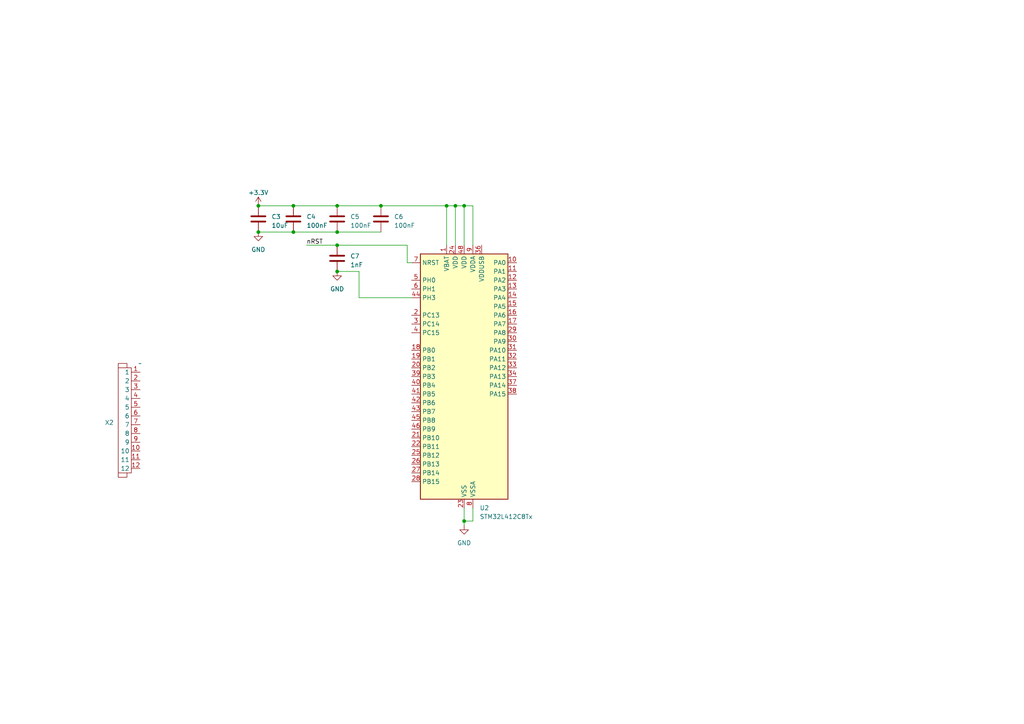
<source format=kicad_sch>
(kicad_sch (version 20230121) (generator eeschema)
  (paper "A4")
  (lib_symbols
    (symbol "Device:C" (pin_numbers hide) (pin_names (offset 0.254))
      (property "Reference" "C" (at 0.635 2.54 0))
      (property "Value" "C" (at 0.635 -2.54 0))
      (symbol "C_0_1"
        (polyline (pts (xy -2.032 -0.762) (xy 2.032 -0.762)) (stroke (width 0.508)))
        (polyline (pts (xy -2.032 0.762) (xy 2.032 0.762)) (stroke (width 0.508)))
      )
      (symbol "C_1_1"
        (pin passive line (at 0 3.81 270) (length 2.794) (name "~") (number "1"))
        (pin passive line (at 0 -3.81 90) (length 2.794) (name "~") (number "2"))
      )
    )
    (symbol "MCU_ST_STM32L4:STM32L412C8Tx"
      (property "Reference" "U" (at -12.7 36.83 0))
      (property "Value" "STM32L412C8Tx" (at 7.62 36.83 0))
      (symbol "STM32L412C8Tx_0_1"
        (rectangle (start -12.7 -35.56) (end 12.7 35.56) (stroke (width 0.254)) (fill (type background)))
      )
      (symbol "STM32L412C8Tx_1_1"
        (pin power_in line (at -5.08 38.1 270) (length 2.54) (name "VBAT") (number "1"))
        (pin bidirectional line (at 15.24 33.02 180) (length 2.54) (name "PA0") (number "10"))
        (pin bidirectional line (at 15.24 30.48 180) (length 2.54) (name "PA1") (number "11"))
        (pin bidirectional line (at 15.24 27.94 180) (length 2.54) (name "PA2") (number "12"))
        (pin bidirectional line (at 15.24 25.4 180) (length 2.54) (name "PA3") (number "13"))
        (pin bidirectional line (at 15.24 22.86 180) (length 2.54) (name "PA4") (number "14"))
        (pin bidirectional line (at 15.24 20.32 180) (length 2.54) (name "PA5") (number "15"))
        (pin bidirectional line (at 15.24 17.78 180) (length 2.54) (name "PA6") (number "16"))
        (pin bidirectional line (at 15.24 15.24 180) (length 2.54) (name "PA7") (number "17"))
        (pin bidirectional line (at -15.24 7.62 0) (length 2.54) (name "PB0") (number "18"))
        (pin bidirectional line (at -15.24 5.08 0) (length 2.54) (name "PB1") (number "19"))
        (pin bidirectional line (at -15.24 17.78 0) (length 2.54) (name "PC13") (number "2"))
        (pin bidirectional line (at -15.24 2.54 0) (length 2.54) (name "PB2") (number "20"))
        (pin bidirectional line (at -15.24 -17.78 0) (length 2.54) (name "PB10") (number "21"))
        (pin bidirectional line (at -15.24 -20.32 0) (length 2.54) (name "PB11") (number "22"))
        (pin power_in line (at 0 -38.1 90) (length 2.54) (name "VSS") (number "23"))
        (pin power_in line (at -2.54 38.1 270) (length 2.54) (name "VDD") (number "24"))
        (pin bidirectional line (at -15.24 -22.86 0) (length 2.54) (name "PB12") (number "25"))
        (pin bidirectional line (at -15.24 -25.4 0) (length 2.54) (name "PB13") (number "26"))
        (pin bidirectional line (at -15.24 -27.94 0) (length 2.54) (name "PB14") (number "27"))
        (pin bidirectional line (at -15.24 -30.48 0) (length 2.54) (name "PB15") (number "28"))
        (pin bidirectional line (at 15.24 12.7 180) (length 2.54) (name "PA8") (number "29"))
        (pin bidirectional line (at -15.24 15.24 0) (length 2.54) (name "PC14") (number "3"))
        (pin bidirectional line (at 15.24 10.16 180) (length 2.54) (name "PA9") (number "30"))
        (pin bidirectional line (at 15.24 7.62 180) (length 2.54) (name "PA10") (number "31"))
        (pin bidirectional line (at 15.24 5.08 180) (length 2.54) (name "PA11") (number "32"))
        (pin bidirectional line (at 15.24 2.54 180) (length 2.54) (name "PA12") (number "33"))
        (pin bidirectional line (at 15.24 0 180) (length 2.54) (name "PA13") (number "34"))
        (pin passive line (at 0 -38.1 90) (length 2.54) hide (name "VSS") (number "35"))
        (pin power_in line (at 5.08 38.1 270) (length 2.54) (name "VDDUSB") (number "36"))
        (pin bidirectional line (at 15.24 -2.54 180) (length 2.54) (name "PA14") (number "37"))
        (pin bidirectional line (at 15.24 -5.08 180) (length 2.54) (name "PA15") (number "38"))
        (pin bidirectional line (at -15.24 0 0) (length 2.54) (name "PB3") (number "39"))
        (pin bidirectional line (at -15.24 12.7 0) (length 2.54) (name "PC15") (number "4"))
        (pin bidirectional line (at -15.24 -2.54 0) (length 2.54) (name "PB4") (number "40"))
        (pin bidirectional line (at -15.24 -5.08 0) (length 2.54) (name "PB5") (number "41"))
        (pin bidirectional line (at -15.24 -7.62 0) (length 2.54) (name "PB6") (number "42"))
        (pin bidirectional line (at -15.24 -10.16 0) (length 2.54) (name "PB7") (number "43"))
        (pin bidirectional line (at -15.24 22.86 0) (length 2.54) (name "PH3") (number "44"))
        (pin bidirectional line (at -15.24 -12.7 0) (length 2.54) (name "PB8") (number "45"))
        (pin bidirectional line (at -15.24 -15.24 0) (length 2.54) (name "PB9") (number "46"))
        (pin passive line (at 0 -38.1 90) (length 2.54) hide (name "VSS") (number "47"))
        (pin power_in line (at 0 38.1 270) (length 2.54) (name "VDD") (number "48"))
        (pin bidirectional line (at -15.24 27.94 0) (length 2.54) (name "PH0") (number "5"))
        (pin bidirectional line (at -15.24 25.4 0) (length 2.54) (name "PH1") (number "6"))
        (pin input line (at -15.24 33.02 0) (length 2.54) (name "NRST") (number "7"))
        (pin power_in line (at 2.54 -38.1 90) (length 2.54) (name "VSSA") (number "8"))
        (pin power_in line (at 2.54 38.1 270) (length 2.54) (name "VDDA") (number "9"))
      )
    )
    (symbol "MEgli:505110-1292"
      (property "Reference" "X" (at 0 0 0))
      (symbol "505110-1292_0_1"
        (polyline (pts (xy 6.35 -31.75) (xy 6.35 -33.02) (xy 3.81 -33.02) (xy 3.81 -31.75)))
        (polyline (pts (xy 6.35 -1.27) (xy 6.35 0) (xy 3.81 0) (xy 3.81 -1.27)))
        (polyline (pts (xy 2.54 -1.27) (xy 2.54 -31.75) (xy 6.35 -31.75) (xy 6.35 -1.27) (xy 2.54 -1.27)))
      )
      (symbol "505110-1292_1_1"
        (pin bidirectional line (at 0 -2.54 0) (length 2.54) (name "1") (number "1"))
        (pin bidirectional line (at 0 -25.4 0) (length 2.54) (name "10") (number "10"))
        (pin bidirectional line (at 0 -27.94 0) (length 2.54) (name "11") (number "11"))
        (pin bidirectional line (at 0 -30.48 0) (length 2.54) (name "12") (number "12"))
        (pin bidirectional line (at 0 -5.08 0) (length 2.54) (name "2") (number "2"))
        (pin bidirectional line (at 0 -7.62 0) (length 2.54) (name "3") (number "3"))
        (pin bidirectional line (at 0 -10.16 0) (length 2.54) (name "4") (number "4"))
        (pin bidirectional line (at 0 -12.7 0) (length 2.54) (name "5") (number "5"))
        (pin bidirectional line (at 0 -15.24 0) (length 2.54) (name "6") (number "6"))
        (pin bidirectional line (at 0 -17.78 0) (length 2.54) (name "7") (number "7"))
        (pin bidirectional line (at 0 -20.32 0) (length 2.54) (name "8") (number "8"))
        (pin bidirectional line (at 0 -22.86 0) (length 2.54) (name "9") (number "9"))
      )
    )
    (symbol "power:+3.3V" (power) (pin_names (offset 0))
      (property "Value" "+3.3V" (at 0 3.556 0))
      (symbol "+3.3V_0_1"
        (polyline (pts (xy -0.762 1.27) (xy 0 2.54)))
        (polyline (pts (xy 0 0) (xy 0 2.54)))
        (polyline (pts (xy 0 2.54) (xy 0.762 1.27)))
      )
      (symbol "+3.3V_1_1"
        (pin power_in line (at 0 0 90) (length 0) hide (name "+3.3V") (number "1"))
      )
    )
    (symbol "power:GND" (power) (pin_names (offset 0))
      (property "Value" "GND" (at 0 -3.81 0))
      (symbol "GND_0_1"
        (polyline (pts (xy 0 0) (xy 0 -1.27) (xy 1.27 -1.27) (xy 0 -2.54) (xy -1.27 -1.27) (xy 0 -1.27)))
      )
      (symbol "GND_1_1"
        (pin power_in line (at 0 0 270) (length 0) hide (name "GND") (number "1"))
      )
    )
  )
  (junction (at 85.09 67.31))
  (junction (at 97.79 67.31))
  (junction (at 129.54 59.69))
  (junction (at 97.79 71.12))
  (junction (at 74.93 67.31))
  (junction (at 134.62 151.13))
  (junction (at 85.09 59.69))
  (junction (at 134.62 59.69))
  (junction (at 97.79 78.74))
  (junction (at 74.93 59.69))
  (junction (at 97.79 59.69))
  (junction (at 132.08 59.69))
  (junction (at 110.49 59.69))
  (wire (pts (xy 74.93 67.31) (xy 85.09 67.31)))
  (wire (pts (xy 118.11 76.2) (xy 118.11 71.12)))
  (wire (pts (xy 134.62 59.69) (xy 132.08 59.69)))
  (wire (pts (xy 85.09 67.31) (xy 97.79 67.31)))
  (wire (pts (xy 104.14 86.36) (xy 104.14 78.74)))
  (wire (pts (xy 137.16 151.13) (xy 134.62 151.13)))
  (wire (pts (xy 97.79 59.69) (xy 110.49 59.69)))
  (wire (pts (xy 134.62 147.32) (xy 134.62 151.13)))
  (wire (pts (xy 88.9 71.12) (xy 97.79 71.12)))
  (wire (pts (xy 129.54 59.69) (xy 129.54 71.12)))
  (wire (pts (xy 132.08 59.69) (xy 132.08 71.12)))
  (wire (pts (xy 129.54 59.69) (xy 132.08 59.69)))
  (wire (pts (xy 134.62 151.13) (xy 134.62 152.4)))
  (wire (pts (xy 137.16 59.69) (xy 137.16 71.12)))
  (wire (pts (xy 97.79 67.31) (xy 110.49 67.31)))
  (wire (pts (xy 85.09 59.69) (xy 97.79 59.69)))
  (wire (pts (xy 104.14 78.74) (xy 97.79 78.74)))
  (wire (pts (xy 119.38 86.36) (xy 104.14 86.36)))
  (wire (pts (xy 74.93 59.69) (xy 85.09 59.69)))
  (wire (pts (xy 119.38 76.2) (xy 118.11 76.2)))
  (wire (pts (xy 137.16 147.32) (xy 137.16 151.13)))
  (wire (pts (xy 137.16 59.69) (xy 134.62 59.69)))
  (wire (pts (xy 118.11 71.12) (xy 97.79 71.12)))
  (wire (pts (xy 134.62 71.12) (xy 134.62 59.69)))
  (wire (pts (xy 110.49 59.69) (xy 129.54 59.69)))
  (label "nRST" (at 88.9 71.12 0))
  (symbol (lib_id "Device:C") (at 97.79 63.5 0) (unit 1)
    (property "Reference" "C5" (at 101.6 62.865 0) (effects (justify left)))
    (property "Value" "100nF" (at 101.6 65.405 0) (effects (justify left)))
  )
  (symbol (lib_id "Device:C") (at 85.09 63.5 0) (unit 1)
    (property "Reference" "C4" (at 88.9 62.865 0) (effects (justify left)))
    (property "Value" "100nF" (at 88.9 65.405 0) (effects (justify left)))
  )
  (symbol (lib_id "power:GND") (at 134.62 152.4 0) (unit 1)
    (property "Reference" "#PWR06" (effects hide))
    (property "Value" "GND" (at 134.62 157.48 0))
  )
  (symbol (lib_id "Device:C") (at 110.49 63.5 0) (unit 1)
    (property "Reference" "C6" (at 114.3 62.865 0) (effects (justify left)))
    (property "Value" "100nF" (at 114.3 65.405 0) (effects (justify left)))
  )
  (symbol (lib_id "Device:C") (at 74.93 63.5 0) (unit 1)
    (property "Reference" "C3" (at 78.74 62.865 0) (effects (justify left)))
    (property "Value" "10uF" (at 78.74 65.405 0) (effects (justify left)))
  )
  (symbol (lib_id "power:GND") (at 97.79 78.74 0) (unit 1)
    (property "Reference" "#PWR07" (effects hide))
    (property "Value" "GND" (at 97.79 83.82 0))
  )
  (symbol (lib_id "power:GND") (at 74.93 67.31 0) (unit 1)
    (property "Reference" "#PWR04" (effects hide))
    (property "Value" "GND" (at 74.93 72.39 0))
  )
  (symbol (lib_id "Device:C") (at 97.79 74.93 0) (unit 1)
    (property "Reference" "C7" (at 101.6 74.295 0) (effects (justify left)))
    (property "Value" "1nF" (at 101.6 76.835 0) (effects (justify left)))
  )
  (symbol (lib_id "power:+3.3V") (at 74.93 59.69 0) (unit 1)
    (property "Reference" "#PWR05" (effects hide))
    (property "Value" "+3.3V" (at 74.93 55.88 0))
  )
  (symbol (lib_id "MCU_ST_STM32L4:STM32L412C8Tx") (at 134.62 109.22 0) (unit 1)
    (property "Reference" "U2" (at 139.1159 147.32 0) (effects (justify left)))
    (property "Value" "STM32L412C8Tx" (at 139.1159 149.86 0) (effects (justify left)))
    (property "Footprint" "Package_QFP:LQFP-48_7x7mm_P0.5mm" (effects hide))
    (property "Datasheet" "https://www.st.com/resource/en/datasheet/stm32l412c8.pdf" (effects hide))
  )
  (symbol (lib_id "MEgli:505110-1292") (at 40.64 105.41 0) (mirror y) (unit 1)
    (property "Reference" "X2" (at 33.02 122.555 0) (effects (justify left)))
    (property "Value" "~" (at 40.64 105.41 0))
    (property "Footprint" "MEgli:505110-1292" (effects hide))
  )
)
</source>
